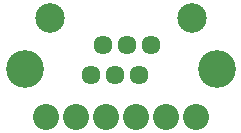
<source format=gbr>
G04 EAGLE Gerber X2 export*
%TF.Part,Single*%
%TF.FileFunction,Soldermask,Bot,1*%
%TF.FilePolarity,Negative*%
%TF.GenerationSoftware,Autodesk,EAGLE,8.6.0*%
%TF.CreationDate,2018-01-28T06:29:07Z*%
G75*
%MOMM*%
%FSLAX34Y34*%
%LPD*%
%AMOC8*
5,1,8,0,0,1.08239X$1,22.5*%
G01*
%ADD10C,3.203200*%
%ADD11C,1.611200*%
%ADD12C,2.503200*%
%ADD13C,2.203200*%


D10*
X20320Y66040D03*
X182880Y66040D03*
D11*
X106700Y86360D03*
X96500Y60960D03*
X116900Y60960D03*
X127100Y86360D03*
X86300Y86360D03*
X76100Y60960D03*
D12*
X161600Y109360D03*
X41600Y109360D03*
D13*
X63500Y25400D03*
X114300Y25400D03*
X165100Y25400D03*
X38100Y25400D03*
X88900Y25400D03*
X139700Y25400D03*
M02*

</source>
